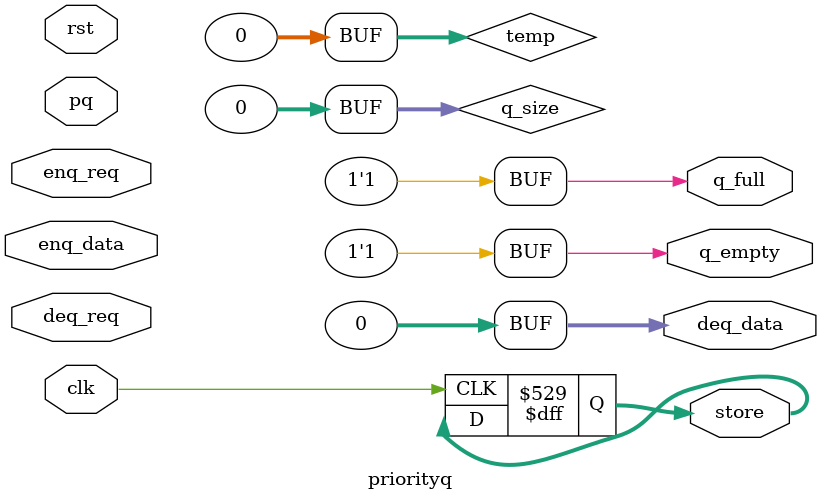
<source format=v>
`timescale 1ns / 1ps

module QueueSwap(clk,rst,shunt,shuntin,q,qin,deq_req,pq);
output [31:0]shunt,q;
input [31:0]shuntin,qin;
input clk,rst,deq_req,pq;
reg [31:0]shunt,q;
wire [31:0]shuntin,qin;
wire clk,rst,deq_req,pq;

initial
begin
shunt=0;
q=0;
end

always @(rst)
begin
shunt=0;
q=0;
end

always @(negedge clk)
begin
if(shunt!=0&&pq==0&&q!=0&&q[23:0]>shunt[23:0])
begin
{q[31:0],shunt[31:0]}={shunt[31:0],q[31:0]};
end
if(shunt!=0&&q==0)
begin
{q[31:0],shunt[31:0]}={shunt[31:0],q[31:0]};
end
if(shunt!=0&&pq==1&&q!=0&&q[23:0]<shunt[23:0])
begin
{q[31:0],shunt[31:0]}={shunt[31:0],q[31:0]};
end
if(shunt!=0&&q==0)
begin
{q[31:0],shunt[31:0]}={shunt[31:0],q[31:0]};
end
end

always @(posedge clk)
begin
if(deq_req==0)
begin
shunt=shuntin;
end
if(deq_req==1)
begin
q=qin;
end
end
endmodule

module priorityq(clk,rst,enq_req,q_empty,deq_req,q_full,deq_data,enq_data,pq,store);
output q_empty,q_full;
output [31:0]deq_data;
output [0:15]store;
input clk,rst;
input [31:0]enq_data;
input enq_req,deq_req,pq;
reg q_empty,q_full;
reg [31:0]deq_data;
wire clk,rst,pq;
wire [31:0]enq_data;
wire enq_req,deq_req;
reg [0:15]store;
parameter Q_MAX_SIZE=16;
integer q_size;
wire [31:0]shuntin[0:Q_MAX_SIZE-1];
wire [31:0]qin[0:Q_MAX_SIZE-1];
wire [31:0]deq_data_store;
initial
begin
store=16'b0;
end
genvar i;
generate
for (i=0; i<=0; i=i+1)
begin
 QueueSwap slice(clk,rst,shuntin[i+1],enq_data,deq_data_store,qin[i],deq_req,pq);
 end
for (i=1; i<=Q_MAX_SIZE-2; i=i+1)
begin
 QueueSwap slice(clk,rst,shuntin[i+1],shuntin[i],qin[i-1],qin[i],deq_req,pq);
 end
for (i=Q_MAX_SIZE-1; i<=Q_MAX_SIZE-1; i=i+1)
begin
 QueueSwap slice(clk,rst,shuntin[i],shuntin[i],qin[i-1],,deq_req,pq);
 end
endgenerate

initial
begin
q_empty=1;
q_full=1;
deq_data=0;
q_size=0;
end
always @(rst)
begin
q_empty=1;
q_full=1;
deq_data=0;
q_size=0;
end

always @(q_size)
begin
if(q_size==0)
begin
q_empty=1;
q_full=0;
end
else if(q_size==Q_MAX_SIZE)
begin
q_empty=0;  
q_full=1;
end
else
begin
q_empty=0;
q_full=0;
end
end

always @(posedge clk)
begin
if(enq_req==1&&deq_req==0&&q_size<Q_MAX_SIZE&&enq_data!=0)
begin
q_size=q_size+1;
end
end
integer temp;
initial
begin
temp=0;
end

always @(posedge clk)
begin
if(enq_req==0&&deq_req==1&&q_size>0)
begin
if ((deq_data_store[31:28]==store[0:3] || deq_data_store[31:28]==store[4:7] || deq_data_store[31:28]==store[8:11] || deq_data_store[31:28]==store[12:15]) && (deq_data_store[27:24]==store[0:3] ||deq_data_store[27:24]==store[4:7] || deq_data_store[27:24]==store[8:11] || deq_data_store[27:24]==store[12:15]))
begin
deq_data=32'hxxxxx;
q_size=q_size-1;
end
else
begin
if ((deq_data_store[31:28]!=store[0:3] && deq_data_store[31:28]!=store[4:7] && deq_data_store[31:28]!=store[8:11] && deq_data_store[31:28]!=store[12:15]))
begin


if(store[0:3]==4'b0000)
begin
store[0:3]=deq_data_store[31:28];
end
else if(store[4:7]==4'b0000)
begin
store[4:7]=deq_data_store[31:28];
end
else if(store[8:11]==4'b0000)
begin
store[8:11]=deq_data_store[31:28];
end
else if(store[12:15]==4'b0000)
begin
store[12:15]=deq_data_store[31:28];
end


//store[temp]=deq_data_store[31:28];
//temp=temp+1;
end
if ((deq_data_store[27:24]!=store[0:3] && deq_data_store[27:24]!=store[4:7] && deq_data_store[27:24]!=store[8:11] && deq_data_store[27:24]!=store[12:15]))
begin


if(store[0:3]==4'b0000)
begin
store[0:3]=deq_data_store[27:24];
end
else if(store[4:7]==4'b0000)
begin
store[4:7]=deq_data_store[27:24];
end
else if(store[8:11]==4'b0000)
begin
store[8:11]=deq_data_store[27:24];
end
else if(store[12:15]==4'b0000)
begin
store[12:15]=deq_data_store[27:24];
end

//store[temp]=deq_data_store[27:24];
//temp=temp+1;
end
deq_data=deq_data_store;
q_size=q_size-1;
end
end
end
endmodule
</source>
